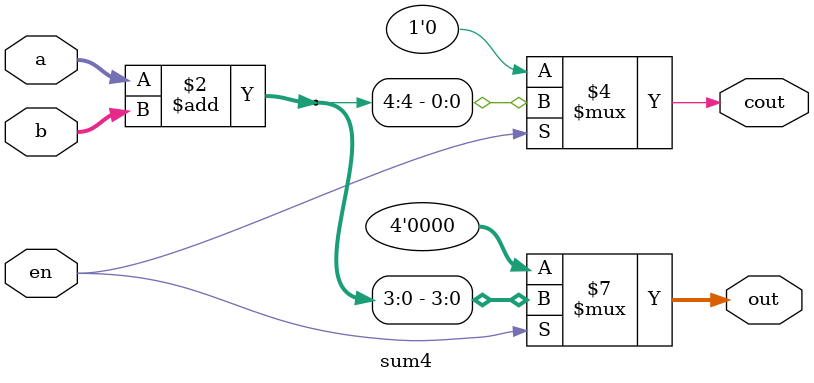
<source format=sv>
`timescale 1ns / 1ps


module sum4(
input logic [3:0]a, b,
input logic en,
output logic [3:0] out,
output logic cout
    );
    always_comb
    if(en)
        {cout, out} = a + b;
    else begin
        out = 0;
        cout = 0;
    end
endmodule

</source>
